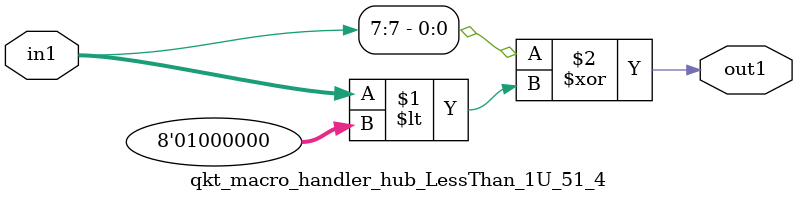
<source format=v>

`timescale 1ps / 1ps


module qkt_macro_handler_hub_LessThan_1U_51_4( in1, out1 );

    input [7:0] in1;
    output out1;

    
    // rtl_process:qkv_macro_handler_hub_LessThan_1U_94_4/qkv_macro_handler_hub_LessThan_1U_94_4_thread_1
    assign out1 = (in1[7] ^ in1 < 8'd064);

endmodule





</source>
